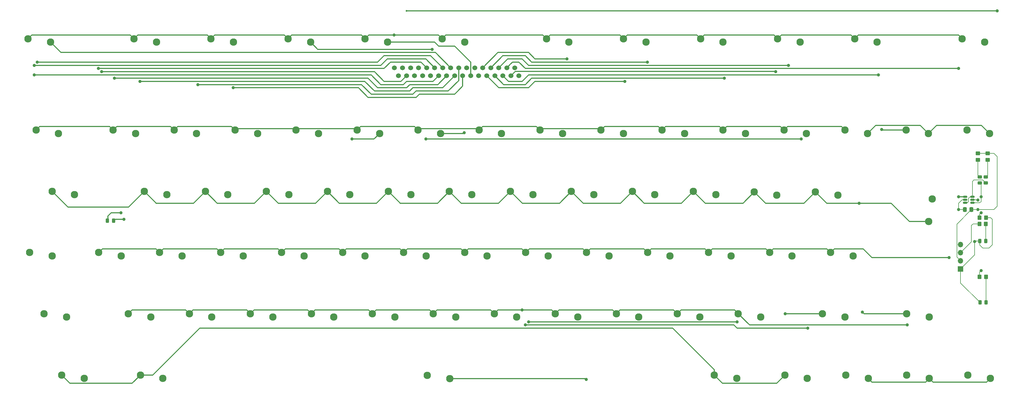
<source format=gbr>
%TF.GenerationSoftware,KiCad,Pcbnew,8.0.3*%
%TF.CreationDate,2024-07-09T09:09:09+10:00*%
%TF.ProjectId,A600KBv2,41363030-4b42-4763-922e-6b696361645f,rev?*%
%TF.SameCoordinates,Original*%
%TF.FileFunction,Copper,L1,Top*%
%TF.FilePolarity,Positive*%
%FSLAX46Y46*%
G04 Gerber Fmt 4.6, Leading zero omitted, Abs format (unit mm)*
G04 Created by KiCad (PCBNEW 8.0.3) date 2024-07-09 09:09:09*
%MOMM*%
%LPD*%
G01*
G04 APERTURE LIST*
G04 Aperture macros list*
%AMRoundRect*
0 Rectangle with rounded corners*
0 $1 Rounding radius*
0 $2 $3 $4 $5 $6 $7 $8 $9 X,Y pos of 4 corners*
0 Add a 4 corners polygon primitive as box body*
4,1,4,$2,$3,$4,$5,$6,$7,$8,$9,$2,$3,0*
0 Add four circle primitives for the rounded corners*
1,1,$1+$1,$2,$3*
1,1,$1+$1,$4,$5*
1,1,$1+$1,$6,$7*
1,1,$1+$1,$8,$9*
0 Add four rect primitives between the rounded corners*
20,1,$1+$1,$2,$3,$4,$5,0*
20,1,$1+$1,$4,$5,$6,$7,0*
20,1,$1+$1,$6,$7,$8,$9,0*
20,1,$1+$1,$8,$9,$2,$3,0*%
G04 Aperture macros list end*
%TA.AperFunction,ComponentPad*%
%ADD10C,2.300000*%
%TD*%
%TA.AperFunction,SMDPad,CuDef*%
%ADD11RoundRect,0.250000X0.450000X-0.350000X0.450000X0.350000X-0.450000X0.350000X-0.450000X-0.350000X0*%
%TD*%
%TA.AperFunction,SMDPad,CuDef*%
%ADD12RoundRect,0.243750X-0.243750X-0.456250X0.243750X-0.456250X0.243750X0.456250X-0.243750X0.456250X0*%
%TD*%
%TA.AperFunction,ComponentPad*%
%ADD13R,1.700000X1.700000*%
%TD*%
%TA.AperFunction,ComponentPad*%
%ADD14O,1.700000X1.700000*%
%TD*%
%TA.AperFunction,SMDPad,CuDef*%
%ADD15RoundRect,0.250000X-0.350000X-0.450000X0.350000X-0.450000X0.350000X0.450000X-0.350000X0.450000X0*%
%TD*%
%TA.AperFunction,SMDPad,CuDef*%
%ADD16RoundRect,0.243750X0.456250X-0.243750X0.456250X0.243750X-0.456250X0.243750X-0.456250X-0.243750X0*%
%TD*%
%TA.AperFunction,SMDPad,CuDef*%
%ADD17RoundRect,0.243750X0.243750X0.456250X-0.243750X0.456250X-0.243750X-0.456250X0.243750X-0.456250X0*%
%TD*%
%TA.AperFunction,SMDPad,CuDef*%
%ADD18RoundRect,0.250000X0.337500X0.475000X-0.337500X0.475000X-0.337500X-0.475000X0.337500X-0.475000X0*%
%TD*%
%TA.AperFunction,SMDPad,CuDef*%
%ADD19RoundRect,0.150000X-0.512500X-0.150000X0.512500X-0.150000X0.512500X0.150000X-0.512500X0.150000X0*%
%TD*%
%TA.AperFunction,ComponentPad*%
%ADD20C,1.524000*%
%TD*%
%TA.AperFunction,ViaPad*%
%ADD21C,0.600000*%
%TD*%
%TA.AperFunction,ViaPad*%
%ADD22C,1.000000*%
%TD*%
%TA.AperFunction,Conductor*%
%ADD23C,0.200000*%
%TD*%
%TA.AperFunction,Conductor*%
%ADD24C,0.300000*%
%TD*%
G04 APERTURE END LIST*
D10*
%TO.P,MX36,1,COL*%
%TO.N,/30*%
X83100000Y-159600000D03*
%TO.P,MX36,2,ROW*%
%TO.N,/14*%
X90100000Y-160650000D03*
%TD*%
D11*
%TO.P,R5,1*%
%TO.N,Net-(D1-A)*%
X347000000Y-92500000D03*
%TO.P,R5,2*%
%TO.N,Net-(J2-Pin_2)*%
X347000000Y-90500000D03*
%TD*%
D10*
%TO.P,MX78,1,COL*%
%TO.N,/7*%
X321850000Y-159600000D03*
%TO.P,MX78,2,ROW*%
%TO.N,/29*%
X328850000Y-160650000D03*
%TD*%
%TO.P,MX60,1,COL*%
%TO.N,Net-(J1-Pin_1)*%
X257600000Y-54700000D03*
%TO.P,MX60,2,ROW*%
%TO.N,/26*%
X264600000Y-55750000D03*
%TD*%
%TO.P,MX61,1,COL*%
%TO.N,/2*%
X264600000Y-83200000D03*
%TO.P,MX61,2,ROW*%
%TO.N,/26*%
X271600000Y-84250000D03*
%TD*%
%TO.P,MX41,1,COL*%
%TO.N,/7*%
X193350000Y-140500000D03*
%TO.P,MX41,2,ROW*%
%TO.N,/21*%
X200350000Y-141550000D03*
%TD*%
%TO.P,MX29,1,COL*%
%TO.N,/7*%
X155350000Y-140500000D03*
%TO.P,MX29,2,ROW*%
%TO.N,/19*%
X162350000Y-141550000D03*
%TD*%
%TO.P,MX66,1,COL*%
%TO.N,/3*%
X293350000Y-102446569D03*
%TO.P,MX66,2,ROW*%
%TO.N,/27*%
X300350000Y-103496569D03*
%TD*%
%TO.P,MX58,1,COL*%
%TO.N,Net-(J1-Pin_5)*%
X260100000Y-121400000D03*
%TO.P,MX58,2,ROW*%
%TO.N,/25*%
X267100000Y-122450000D03*
%TD*%
%TO.P,MX3,1,COL*%
%TO.N,/2*%
X50600000Y-83200000D03*
%TO.P,MX3,2,ROW*%
%TO.N,/15*%
X57600000Y-84250000D03*
%TD*%
%TO.P,MX76,1,COL*%
%TO.N,/3*%
X302850000Y-159600000D03*
%TO.P,MX76,2,ROW*%
%TO.N,/29*%
X309850000Y-160650000D03*
%TD*%
%TO.P,MX16,1,COL*%
%TO.N,Net-(J1-Pin_5)*%
X108100000Y-121400000D03*
%TO.P,MX16,2,ROW*%
%TO.N,/17*%
X115100000Y-122450000D03*
%TD*%
%TO.P,MX23,1,COL*%
%TO.N,/7*%
X136350000Y-140500000D03*
%TO.P,MX23,2,ROW*%
%TO.N,/18*%
X143350000Y-141550000D03*
%TD*%
%TO.P,MX12,1,COL*%
%TO.N,/30*%
X261850000Y-159600000D03*
%TO.P,MX12,2,ROW*%
%TO.N,/10*%
X268850000Y-160650000D03*
%TD*%
%TO.P,MX26,1,COL*%
%TO.N,/2*%
X131600000Y-83200000D03*
%TO.P,MX26,2,ROW*%
%TO.N,/19*%
X138600000Y-84250000D03*
%TD*%
%TO.P,MX70,1,COL*%
%TO.N,/2*%
X302600000Y-83200000D03*
%TO.P,MX70,2,ROW*%
%TO.N,/28*%
X309600000Y-84250000D03*
%TD*%
%TO.P,MX4,1,COL*%
%TO.N,/3*%
X55600000Y-102300000D03*
%TO.P,MX4,2,ROW*%
%TO.N,/15*%
X62600000Y-103350000D03*
%TD*%
%TO.P,MX59,1,COL*%
%TO.N,/7*%
X269350000Y-140500000D03*
%TO.P,MX59,2,ROW*%
%TO.N,/25*%
X276350000Y-141550000D03*
%TD*%
%TO.P,MX57,1,COL*%
%TO.N,/3*%
X255350000Y-102300000D03*
%TO.P,MX57,2,ROW*%
%TO.N,/25*%
X262350000Y-103350000D03*
%TD*%
%TO.P,MX46,1,COL*%
%TO.N,Net-(J1-Pin_1)*%
X209600000Y-54700000D03*
%TO.P,MX46,2,ROW*%
%TO.N,/23*%
X216600000Y-55750000D03*
%TD*%
%TO.P,MX53,1,COL*%
%TO.N,Net-(J1-Pin_5)*%
X241100000Y-121400000D03*
%TO.P,MX53,2,ROW*%
%TO.N,/24*%
X248100000Y-122450000D03*
%TD*%
%TO.P,MX72,1,COL*%
%TO.N,Net-(J1-Pin_5)*%
X340600000Y-83200000D03*
%TO.P,MX72,2,ROW*%
%TO.N,/28*%
X347600000Y-84250000D03*
%TD*%
%TO.P,MX44,1,COL*%
%TO.N,Net-(J1-Pin_5)*%
X203100000Y-121400000D03*
%TO.P,MX44,2,ROW*%
%TO.N,/22*%
X210100000Y-122450000D03*
%TD*%
%TO.P,MX73,1,COL*%
%TO.N,/7*%
X321600000Y-83200000D03*
%TO.P,MX73,2,ROW*%
%TO.N,/28*%
X328600000Y-84250000D03*
%TD*%
%TO.P,MX33,1,COL*%
%TO.N,/3*%
X160350000Y-102300000D03*
%TO.P,MX33,2,ROW*%
%TO.N,/20*%
X167350000Y-103350000D03*
%TD*%
%TO.P,MX27,1,COL*%
%TO.N,/3*%
X141350000Y-102300000D03*
%TO.P,MX27,2,ROW*%
%TO.N,/19*%
X148350000Y-103350000D03*
%TD*%
D12*
%TO.P,D5,1,K*%
%TO.N,Net-(D4-K)*%
X344628388Y-136961859D03*
%TO.P,D5,2,A*%
%TO.N,Net-(D5-A)*%
X346503388Y-136961859D03*
%TD*%
D13*
%TO.P,J2,1,Pin_1*%
%TO.N,Net-(D4-K)*%
X338606726Y-126508933D03*
D14*
%TO.P,J2,2,Pin_2*%
%TO.N,Net-(J2-Pin_2)*%
X338606726Y-123968933D03*
%TO.P,J2,3,Pin_3*%
%TO.N,Net-(J2-Pin_3)*%
X338606726Y-121428933D03*
%TO.P,J2,4,Pin_4*%
%TO.N,Net-(J2-Pin_4)*%
X338606726Y-118888933D03*
%TD*%
D10*
%TO.P,MX68,1,COL*%
%TO.N,/7*%
X172451750Y-159675000D03*
%TO.P,MX68,2,ROW*%
%TO.N,/27*%
X179451750Y-160725000D03*
%TD*%
D15*
%TO.P,R3,1*%
%TO.N,Net-(J2-Pin_4)*%
X344511041Y-129000000D03*
%TO.P,R3,2*%
%TO.N,Net-(D5-A)*%
X346511041Y-129000000D03*
%TD*%
D10*
%TO.P,MX71,1,COL*%
%TO.N,/3*%
X328675000Y-111675000D03*
%TO.P,MX71,2,ROW*%
%TO.N,/28*%
X329725000Y-104675000D03*
%TD*%
%TO.P,MX37,1,COL*%
%TO.N,Net-(J1-Pin_1)*%
X177100000Y-54700000D03*
%TO.P,MX37,2,ROW*%
%TO.N,/21*%
X184100000Y-55750000D03*
%TD*%
%TO.P,MX5,1,COL*%
%TO.N,Net-(J1-Pin_5)*%
X70100000Y-121400000D03*
%TO.P,MX5,2,ROW*%
%TO.N,/15*%
X77100000Y-122450000D03*
%TD*%
%TO.P,MX7,1,COL*%
%TO.N,/30*%
X283850000Y-159600000D03*
%TO.P,MX7,2,ROW*%
%TO.N,/8*%
X290850000Y-160650000D03*
%TD*%
%TO.P,MX18,1,COL*%
%TO.N,/30*%
X48600000Y-121400000D03*
%TO.P,MX18,2,ROW*%
%TO.N,/11*%
X55600000Y-122450000D03*
%TD*%
%TO.P,MX52,1,COL*%
%TO.N,/3*%
X236350000Y-102300000D03*
%TO.P,MX52,2,ROW*%
%TO.N,/24*%
X243350000Y-103350000D03*
%TD*%
%TO.P,MX30,1,COL*%
%TO.N,/30*%
X58600000Y-159600000D03*
%TO.P,MX30,2,ROW*%
%TO.N,/13*%
X65600000Y-160650000D03*
%TD*%
%TO.P,MX1,1,COL*%
%TO.N,/30*%
X295600000Y-140500000D03*
%TO.P,MX1,2,ROW*%
%TO.N,/6*%
X302600000Y-141550000D03*
%TD*%
%TO.P,MX15,1,COL*%
%TO.N,/3*%
X103350000Y-102300000D03*
%TO.P,MX15,2,ROW*%
%TO.N,/17*%
X110350000Y-103350000D03*
%TD*%
%TO.P,MX50,1,COL*%
%TO.N,/7*%
X231350000Y-140500000D03*
%TO.P,MX50,2,ROW*%
%TO.N,/23*%
X238350000Y-141550000D03*
%TD*%
%TO.P,MX24,1,COL*%
%TO.N,/30*%
X53100000Y-140500000D03*
%TO.P,MX24,2,ROW*%
%TO.N,/12*%
X60100000Y-141550000D03*
%TD*%
D16*
%TO.P,D3,1,K*%
%TO.N,Net-(D3-K)*%
X344551296Y-99688098D03*
%TO.P,D3,2,A*%
%TO.N,Net-(D3-A)*%
X344551296Y-97813098D03*
%TD*%
D10*
%TO.P,MX42,1,COL*%
%TO.N,/2*%
X188600000Y-83200000D03*
%TO.P,MX42,2,ROW*%
%TO.N,/22*%
X195600000Y-84250000D03*
%TD*%
%TO.P,MX25,1,COL*%
%TO.N,Net-(J1-Pin_1)*%
X129100000Y-54700000D03*
%TO.P,MX25,2,ROW*%
%TO.N,/19*%
X136100000Y-55750000D03*
%TD*%
%TO.P,MX48,1,COL*%
%TO.N,/3*%
X217350000Y-102300000D03*
%TO.P,MX48,2,ROW*%
%TO.N,/23*%
X224350000Y-103350000D03*
%TD*%
D17*
%TO.P,D2,1,K*%
%TO.N,CAPS_GND*%
X74714461Y-111490353D03*
%TO.P,D2,2,A*%
%TO.N,VCC*%
X72839461Y-111490353D03*
%TD*%
D18*
%TO.P,C1,1*%
%TO.N,Net-(J2-Pin_2)*%
X342000000Y-108000000D03*
%TO.P,C1,2*%
%TO.N,Net-(D4-K)*%
X339925000Y-108000000D03*
%TD*%
D10*
%TO.P,MX31,1,COL*%
%TO.N,Net-(J1-Pin_1)*%
X153100000Y-54700000D03*
%TO.P,MX31,2,ROW*%
%TO.N,/20*%
X160100000Y-55750000D03*
%TD*%
%TO.P,MX56,1,COL*%
%TO.N,/2*%
X245600000Y-83200000D03*
%TO.P,MX56,2,ROW*%
%TO.N,/25*%
X252600000Y-84250000D03*
%TD*%
%TO.P,MX69,1,COL*%
%TO.N,Net-(J1-Pin_1)*%
X305600000Y-54700000D03*
%TO.P,MX69,2,ROW*%
%TO.N,/28*%
X312600000Y-55750000D03*
%TD*%
%TO.P,MX9,1,COL*%
%TO.N,/3*%
X84350000Y-102300000D03*
%TO.P,MX9,2,ROW*%
%TO.N,/16*%
X91350000Y-103350000D03*
%TD*%
%TO.P,MX43,1,COL*%
%TO.N,/3*%
X198350000Y-102300000D03*
%TO.P,MX43,2,ROW*%
%TO.N,/22*%
X205350000Y-103350000D03*
%TD*%
%TO.P,MX49,1,COL*%
%TO.N,Net-(J1-Pin_5)*%
X222100000Y-121400000D03*
%TO.P,MX49,2,ROW*%
%TO.N,/23*%
X229100000Y-122450000D03*
%TD*%
D15*
%TO.P,R1,1*%
%TO.N,Net-(D3-K)*%
X344500000Y-110500000D03*
%TO.P,R1,2*%
%TO.N,Net-(D4-K)*%
X346500000Y-110500000D03*
%TD*%
D10*
%TO.P,MX65,1,COL*%
%TO.N,/2*%
X283600000Y-83200000D03*
%TO.P,MX65,2,ROW*%
%TO.N,/27*%
X290600000Y-84250000D03*
%TD*%
%TO.P,MX34,1,COL*%
%TO.N,Net-(J1-Pin_5)*%
X165100000Y-121400000D03*
%TO.P,MX34,2,ROW*%
%TO.N,/20*%
X172100000Y-122450000D03*
%TD*%
%TO.P,MX38,1,COL*%
%TO.N,/2*%
X169600000Y-83200000D03*
%TO.P,MX38,2,ROW*%
%TO.N,/21*%
X176600000Y-84250000D03*
%TD*%
%TO.P,MX40,1,COL*%
%TO.N,Net-(J1-Pin_5)*%
X184100000Y-121400000D03*
%TO.P,MX40,2,ROW*%
%TO.N,/21*%
X191100000Y-122450000D03*
%TD*%
D12*
%TO.P,D4,1,K*%
%TO.N,Net-(D4-K)*%
X344586849Y-117770853D03*
%TO.P,D4,2,A*%
%TO.N,Net-(D4-A)*%
X346461849Y-117770853D03*
%TD*%
D10*
%TO.P,MX21,1,COL*%
%TO.N,/3*%
X122350000Y-102300000D03*
%TO.P,MX21,2,ROW*%
%TO.N,/18*%
X129350000Y-103350000D03*
%TD*%
%TO.P,MX62,1,COL*%
%TO.N,/3*%
X274350000Y-102450000D03*
%TO.P,MX62,2,ROW*%
%TO.N,/26*%
X281350000Y-103500000D03*
%TD*%
%TO.P,MX63,1,COL*%
%TO.N,Net-(J1-Pin_5)*%
X279100000Y-121400000D03*
%TO.P,MX63,2,ROW*%
%TO.N,/26*%
X286100000Y-122450000D03*
%TD*%
%TO.P,MX13,1,COL*%
%TO.N,Net-(J1-Pin_1)*%
X81100000Y-54700000D03*
%TO.P,MX13,2,ROW*%
%TO.N,/17*%
X88100000Y-55750000D03*
%TD*%
%TO.P,MX10,1,COL*%
%TO.N,Net-(J1-Pin_5)*%
X89100000Y-121400000D03*
%TO.P,MX10,2,ROW*%
%TO.N,/16*%
X96100000Y-122450000D03*
%TD*%
%TO.P,MX55,1,COL*%
%TO.N,Net-(J1-Pin_1)*%
X233600000Y-54700000D03*
%TO.P,MX55,2,ROW*%
%TO.N,/25*%
X240600000Y-55750000D03*
%TD*%
%TO.P,MX14,1,COL*%
%TO.N,/2*%
X93600000Y-83200000D03*
%TO.P,MX14,2,ROW*%
%TO.N,/17*%
X100600000Y-84250000D03*
%TD*%
%TO.P,MX32,1,COL*%
%TO.N,/2*%
X150600000Y-83200000D03*
%TO.P,MX32,2,ROW*%
%TO.N,/20*%
X157600000Y-84250000D03*
%TD*%
%TO.P,MX20,1,COL*%
%TO.N,/2*%
X112600000Y-83200000D03*
%TO.P,MX20,2,ROW*%
%TO.N,/18*%
X119600000Y-84250000D03*
%TD*%
D11*
%TO.P,R4,1*%
%TO.N,Net-(D3-A)*%
X344000000Y-92500000D03*
%TO.P,R4,2*%
%TO.N,Net-(J2-Pin_2)*%
X344000000Y-90500000D03*
%TD*%
D10*
%TO.P,MX8,1,COL*%
%TO.N,/2*%
X74600000Y-83200000D03*
%TO.P,MX8,2,ROW*%
%TO.N,/16*%
X81600000Y-84250000D03*
%TD*%
%TO.P,MX67,1,COL*%
%TO.N,Net-(J1-Pin_5)*%
X298100000Y-121400000D03*
%TO.P,MX67,2,ROW*%
%TO.N,/27*%
X305100000Y-122450000D03*
%TD*%
%TO.P,MX2,1,COL*%
%TO.N,Net-(J1-Pin_1)*%
X48100000Y-54700000D03*
%TO.P,MX2,2,ROW*%
%TO.N,/15*%
X55100000Y-55750000D03*
%TD*%
D15*
%TO.P,R2,1*%
%TO.N,Net-(J2-Pin_3)*%
X344476039Y-112500000D03*
%TO.P,R2,2*%
%TO.N,Net-(D4-A)*%
X346476039Y-112500000D03*
%TD*%
D10*
%TO.P,MX19,1,COL*%
%TO.N,Net-(J1-Pin_1)*%
X105100000Y-54700000D03*
%TO.P,MX19,2,ROW*%
%TO.N,/18*%
X112100000Y-55750000D03*
%TD*%
%TO.P,MX75,1,COL*%
%TO.N,/2*%
X321850000Y-140500000D03*
%TO.P,MX75,2,ROW*%
%TO.N,/29*%
X328850000Y-141550000D03*
%TD*%
%TO.P,MX74,1,COL*%
%TO.N,Net-(J1-Pin_1)*%
X339100000Y-54700000D03*
%TO.P,MX74,2,ROW*%
%TO.N,/29*%
X346100000Y-55750000D03*
%TD*%
%TO.P,MX47,1,COL*%
%TO.N,/2*%
X207600000Y-83200000D03*
%TO.P,MX47,2,ROW*%
%TO.N,/23*%
X214600000Y-84250000D03*
%TD*%
%TO.P,MX22,1,COL*%
%TO.N,Net-(J1-Pin_5)*%
X127100000Y-121400000D03*
%TO.P,MX22,2,ROW*%
%TO.N,/18*%
X134100000Y-122450000D03*
%TD*%
%TO.P,MX77,1,COL*%
%TO.N,Net-(J1-Pin_5)*%
X340850000Y-159600000D03*
%TO.P,MX77,2,ROW*%
%TO.N,/29*%
X347850000Y-160650000D03*
%TD*%
D19*
%TO.P,U1,1*%
%TO.N,CAPS_GND*%
X340000000Y-104000000D03*
%TO.P,U1,2,GND*%
%TO.N,Net-(D4-K)*%
X340000000Y-104950000D03*
%TO.P,U1,3*%
%TO.N,Net-(D1-K)*%
X340000000Y-105900000D03*
%TO.P,U1,4*%
%TO.N,Net-(D3-K)*%
X342275000Y-105900000D03*
%TO.P,U1,5,VCC*%
%TO.N,Net-(J2-Pin_2)*%
X342275000Y-104950000D03*
%TO.P,U1,6*%
%TO.N,Net-(D1-K)*%
X342275000Y-104000000D03*
%TD*%
D10*
%TO.P,MX45,1,COL*%
%TO.N,/7*%
X212350000Y-140500000D03*
%TO.P,MX45,2,ROW*%
%TO.N,/22*%
X219350000Y-141550000D03*
%TD*%
%TO.P,MX28,1,COL*%
%TO.N,Net-(J1-Pin_5)*%
X146100000Y-121400000D03*
%TO.P,MX28,2,ROW*%
%TO.N,/19*%
X153100000Y-122450000D03*
%TD*%
D16*
%TO.P,D1,1,K*%
%TO.N,Net-(D1-K)*%
X346463297Y-99688098D03*
%TO.P,D1,2,A*%
%TO.N,Net-(D1-A)*%
X346463297Y-97813098D03*
%TD*%
D10*
%TO.P,MX64,1,COL*%
%TO.N,Net-(J1-Pin_1)*%
X281600000Y-54700000D03*
%TO.P,MX64,2,ROW*%
%TO.N,/27*%
X288600000Y-55750000D03*
%TD*%
%TO.P,MX6,1,COL*%
%TO.N,/7*%
X79350000Y-140500000D03*
%TO.P,MX6,2,ROW*%
%TO.N,/15*%
X86350000Y-141550000D03*
%TD*%
%TO.P,MX39,1,COL*%
%TO.N,/3*%
X179350000Y-102300000D03*
%TO.P,MX39,2,ROW*%
%TO.N,/21*%
X186350000Y-103350000D03*
%TD*%
%TO.P,MX11,1,COL*%
%TO.N,/7*%
X98350000Y-140500000D03*
%TO.P,MX11,2,ROW*%
%TO.N,/16*%
X105350000Y-141550000D03*
%TD*%
%TO.P,MX54,1,COL*%
%TO.N,/7*%
X250350000Y-140500000D03*
%TO.P,MX54,2,ROW*%
%TO.N,/24*%
X257350000Y-141550000D03*
%TD*%
%TO.P,MX17,1,COL*%
%TO.N,/7*%
X117350000Y-140500000D03*
%TO.P,MX17,2,ROW*%
%TO.N,/17*%
X124350000Y-141550000D03*
%TD*%
%TO.P,MX35,1,COL*%
%TO.N,/7*%
X174350000Y-140500000D03*
%TO.P,MX35,2,ROW*%
%TO.N,/20*%
X181350000Y-141550000D03*
%TD*%
%TO.P,MX51,1,COL*%
%TO.N,/2*%
X226600000Y-83200000D03*
%TO.P,MX51,2,ROW*%
%TO.N,/24*%
X233600000Y-84250000D03*
%TD*%
D20*
%TO.P,J1,1,Pin_1*%
%TO.N,Net-(J1-Pin_1)*%
X162250000Y-63750000D03*
%TO.P,J1,2,Pin_2*%
%TO.N,/2*%
X163500000Y-66250000D03*
%TO.P,J1,3,Pin_3*%
%TO.N,/3*%
X164750000Y-63750000D03*
%TO.P,J1,4,Pin_4*%
%TO.N,CAPS_GND*%
X166000000Y-66250000D03*
%TO.P,J1,5,Pin_5*%
%TO.N,Net-(J1-Pin_5)*%
X167250000Y-63750000D03*
%TO.P,J1,6,Pin_6*%
%TO.N,/6*%
X168500000Y-66250000D03*
%TO.P,J1,7,Pin_7*%
%TO.N,/7*%
X169750000Y-63750000D03*
%TO.P,J1,8,Pin_8*%
%TO.N,/8*%
X171000000Y-66250000D03*
%TO.P,J1,9,Pin_9*%
%TO.N,VCC*%
X172250000Y-63750000D03*
%TO.P,J1,10,Pin_10*%
%TO.N,/10*%
X173500000Y-66250000D03*
%TO.P,J1,11,Pin_11*%
%TO.N,/11*%
X174750000Y-63750000D03*
%TO.P,J1,12,Pin_12*%
%TO.N,/12*%
X176000000Y-66250000D03*
%TO.P,J1,13,Pin_13*%
%TO.N,/13*%
X177250000Y-63750000D03*
%TO.P,J1,14,Pin_14*%
%TO.N,/14*%
X178500000Y-66250000D03*
%TO.P,J1,15,Pin_15*%
%TO.N,/15*%
X179750000Y-63750000D03*
%TO.P,J1,16,Pin_16*%
%TO.N,/16*%
X181000000Y-66250000D03*
%TO.P,J1,17,Pin_17*%
%TO.N,/17*%
X182250000Y-63750000D03*
%TO.P,J1,18,Pin_18*%
%TO.N,/18*%
X183500000Y-66250000D03*
%TO.P,J1,19,Pin_19*%
%TO.N,/19*%
X184750000Y-63750000D03*
%TO.P,J1,20,Pin_20*%
%TO.N,/20*%
X186000000Y-66250000D03*
%TO.P,J1,21,Pin_21*%
%TO.N,/21*%
X187250000Y-63750000D03*
%TO.P,J1,22,Pin_22*%
%TO.N,/22*%
X188500000Y-66250000D03*
%TO.P,J1,23,Pin_23*%
%TO.N,/23*%
X189750000Y-63750000D03*
%TO.P,J1,24,Pin_24*%
%TO.N,/24*%
X191000000Y-66250000D03*
%TO.P,J1,25,Pin_25*%
%TO.N,/25*%
X192250000Y-63750000D03*
%TO.P,J1,26,Pin_26*%
%TO.N,/26*%
X193500000Y-66250000D03*
%TO.P,J1,27,Pin_27*%
%TO.N,/27*%
X194750000Y-63750000D03*
%TO.P,J1,28,Pin_28*%
%TO.N,/28*%
X196000000Y-66250000D03*
%TO.P,J1,29,Pin_29*%
%TO.N,/29*%
X197250000Y-63750000D03*
%TO.P,J1,30,Pin_30*%
%TO.N,/30*%
X198500000Y-66250000D03*
%TO.P,J1,31,Pin_31*%
%TO.N,unconnected-(J1-Pin_31-Pad31)*%
X199750000Y-63750000D03*
%TO.P,J1,32,Pin_32*%
%TO.N,unconnected-(J1-Pin_32-Pad32)*%
X201000000Y-66250000D03*
%TD*%
D21*
%TO.N,CAPS_GND*%
X166000000Y-46000000D03*
D22*
%TO.N,/30*%
X281000000Y-65000000D03*
X284000000Y-140500000D03*
%TO.N,/6*%
X172000000Y-86000000D03*
X289000000Y-86000000D03*
%TO.N,Net-(J1-Pin_1)*%
X162128487Y-53515826D03*
%TO.N,/3*%
X307000000Y-106000000D03*
%TO.N,/7*%
X322000000Y-144000000D03*
X314000000Y-83000000D03*
X201985474Y-139348605D03*
%TO.N,/8*%
X203000000Y-144000000D03*
X291000000Y-145000000D03*
%TO.N,/16*%
X83000000Y-68000000D03*
%TO.N,/2*%
X308000000Y-140000000D03*
%TO.N,/10*%
X204000000Y-143000000D03*
X269000000Y-143000000D03*
%TO.N,/17*%
X101000000Y-69000000D03*
%TO.N,/11*%
X50000000Y-63000000D03*
%TO.N,/18*%
X112000000Y-70000000D03*
%TO.N,/12*%
X50000000Y-66000000D03*
%TO.N,/19*%
X174000000Y-58000000D03*
%TO.N,/13*%
X51000000Y-62000000D03*
%TO.N,/20*%
X149000000Y-86000000D03*
%TO.N,/14*%
X75000000Y-67000000D03*
%TO.N,/21*%
X184000000Y-84000000D03*
%TO.N,/23*%
X216000000Y-61000000D03*
%TO.N,/24*%
X234000000Y-68000000D03*
%TO.N,/25*%
X241000000Y-62000000D03*
%TO.N,/26*%
X265000000Y-67000000D03*
%TO.N,/27*%
X285000000Y-63000000D03*
X222000000Y-161000000D03*
%TO.N,/28*%
X313000000Y-66000000D03*
%TO.N,/29*%
X338000000Y-64000000D03*
%TO.N,Net-(J1-Pin_5)*%
X335000000Y-123000000D03*
%TO.N,Net-(D3-K)*%
X345000000Y-109000000D03*
X345000000Y-104000000D03*
%TO.N,Net-(J2-Pin_2)*%
X344000000Y-108000000D03*
X344000000Y-105000000D03*
%TO.N,Net-(J2-Pin_4)*%
X345000000Y-127000000D03*
%TO.N,Net-(D4-K)*%
X343000000Y-118000000D03*
X338000000Y-108000000D03*
D21*
%TO.N,CAPS_GND*%
X350000000Y-46000000D03*
D22*
X350000000Y-46000000D03*
%TO.N,VCC*%
X70000000Y-64000000D03*
X77000000Y-109000000D03*
%TO.N,CAPS_GND*%
X338000000Y-104000000D03*
X78000000Y-111000000D03*
X71000000Y-65000000D03*
%TD*%
D23*
%TO.N,Net-(D5-A)*%
X346503388Y-129007653D02*
X346511041Y-129000000D01*
X346503388Y-136961859D02*
X346503388Y-129007653D01*
%TO.N,Net-(J2-Pin_4)*%
X344511041Y-127488959D02*
X344511041Y-129000000D01*
X345000000Y-127000000D02*
X344511041Y-127488959D01*
%TO.N,Net-(D4-K)*%
X348500000Y-119000000D02*
X348500000Y-111000000D01*
X348000000Y-110500000D02*
X346500000Y-110500000D01*
X347500000Y-120000000D02*
X348500000Y-119000000D01*
X345500000Y-120000000D02*
X347500000Y-120000000D01*
X344586849Y-119086849D02*
X345500000Y-120000000D01*
X348500000Y-111000000D02*
X348000000Y-110500000D01*
X344586849Y-117770853D02*
X344586849Y-119086849D01*
%TO.N,Net-(D4-A)*%
X346476039Y-117756663D02*
X346476039Y-112500000D01*
X346461849Y-117770853D02*
X346476039Y-117756663D01*
%TO.N,Net-(J2-Pin_3)*%
X342500000Y-112500000D02*
X344476039Y-112500000D01*
X342000000Y-113000000D02*
X342500000Y-112500000D01*
X342000000Y-118035659D02*
X342000000Y-113000000D01*
X338606726Y-121428933D02*
X342000000Y-118035659D01*
%TO.N,Net-(D3-K)*%
X344500000Y-109500000D02*
X344500000Y-110500000D01*
X345000000Y-109000000D02*
X344500000Y-109500000D01*
%TO.N,Net-(D1-A)*%
X347000000Y-97276395D02*
X347000000Y-92500000D01*
X346463297Y-97813098D02*
X347000000Y-97276395D01*
%TO.N,Net-(D3-A)*%
X344000000Y-97261802D02*
X344000000Y-92500000D01*
X344551296Y-97813098D02*
X344000000Y-97261802D01*
%TO.N,Net-(J2-Pin_2)*%
X347000000Y-90500000D02*
X344000000Y-90500000D01*
X349000000Y-90500000D02*
X347000000Y-90500000D01*
X350000000Y-107000000D02*
X350000000Y-91500000D01*
X350000000Y-91500000D02*
X349000000Y-90500000D01*
X344000000Y-108000000D02*
X349000000Y-108000000D01*
X349000000Y-108000000D02*
X350000000Y-107000000D01*
%TO.N,Net-(D1-K)*%
X342275000Y-99225000D02*
X342275000Y-104000000D01*
X342759306Y-98740694D02*
X342275000Y-99225000D01*
X345515893Y-98740694D02*
X342759306Y-98740694D01*
X346463297Y-99688098D02*
X345515893Y-98740694D01*
D24*
%TO.N,CAPS_GND*%
X350000000Y-46000000D02*
X166000000Y-46000000D01*
%TO.N,/30*%
X80550000Y-162150000D02*
X83100000Y-159600000D01*
X261850000Y-157973655D02*
X261850000Y-159600000D01*
X61150000Y-162150000D02*
X80550000Y-162150000D01*
X86971930Y-159600000D02*
X101571930Y-145000000D01*
X83100000Y-159600000D02*
X86971930Y-159600000D01*
X101571930Y-145000000D02*
X248876345Y-145000000D01*
X58600000Y-159600000D02*
X61150000Y-162150000D01*
X199888000Y-64862000D02*
X280862000Y-64862000D01*
X198500000Y-66250000D02*
X199888000Y-64862000D01*
X280862000Y-64862000D02*
X281000000Y-65000000D01*
X261850000Y-159600000D02*
X264400000Y-162150000D01*
X295600000Y-140500000D02*
X284000000Y-140500000D01*
X281300000Y-162150000D02*
X283850000Y-159600000D01*
X248876345Y-145000000D02*
X261850000Y-157973655D01*
X264400000Y-162150000D02*
X281300000Y-162150000D01*
%TO.N,/6*%
X172000000Y-86000000D02*
X289000000Y-86000000D01*
%TO.N,/15*%
X58350000Y-59000000D02*
X55100000Y-55750000D01*
X179750000Y-63750000D02*
X175000000Y-59000000D01*
X175000000Y-59000000D02*
X58350000Y-59000000D01*
%TO.N,Net-(J1-Pin_1)*%
X178250000Y-53550000D02*
X177100000Y-54700000D01*
X233600000Y-54700000D02*
X232450000Y-53550000D01*
X256450000Y-53550000D02*
X234750000Y-53550000D01*
X304450000Y-53550000D02*
X282750000Y-53550000D01*
X306750000Y-53550000D02*
X305600000Y-54700000D01*
X162094313Y-53550000D02*
X154250000Y-53550000D01*
X282750000Y-53550000D02*
X281600000Y-54700000D01*
X162162661Y-53550000D02*
X162128487Y-53515826D01*
X162128487Y-53515826D02*
X162094313Y-53550000D01*
X281600000Y-54700000D02*
X280450000Y-53550000D01*
X129100000Y-54700000D02*
X127950000Y-53550000D01*
X208450000Y-53550000D02*
X178250000Y-53550000D01*
X209600000Y-54700000D02*
X208450000Y-53550000D01*
X103950000Y-53550000D02*
X82250000Y-53550000D01*
X130250000Y-53550000D02*
X129100000Y-54700000D01*
X339100000Y-54700000D02*
X337950000Y-53550000D01*
X105100000Y-54700000D02*
X103950000Y-53550000D01*
X210750000Y-53550000D02*
X209600000Y-54700000D01*
X81100000Y-54700000D02*
X79950000Y-53550000D01*
X49250000Y-53550000D02*
X48100000Y-54700000D01*
X305600000Y-54700000D02*
X304450000Y-53550000D01*
X106250000Y-53550000D02*
X105100000Y-54700000D01*
X258750000Y-53550000D02*
X257600000Y-54700000D01*
X127950000Y-53550000D02*
X106250000Y-53550000D01*
X79950000Y-53550000D02*
X49250000Y-53550000D01*
X151950000Y-53550000D02*
X130250000Y-53550000D01*
X82250000Y-53550000D02*
X81100000Y-54700000D01*
X280450000Y-53550000D02*
X258750000Y-53550000D01*
X257600000Y-54700000D02*
X256450000Y-53550000D01*
X234750000Y-53550000D02*
X233600000Y-54700000D01*
X177100000Y-54700000D02*
X175950000Y-53550000D01*
X175950000Y-53550000D02*
X162162661Y-53550000D01*
X232450000Y-53550000D02*
X210750000Y-53550000D01*
X154250000Y-53550000D02*
X153100000Y-54700000D01*
X337950000Y-53550000D02*
X306750000Y-53550000D01*
X153100000Y-54700000D02*
X151950000Y-53550000D01*
%TO.N,/3*%
X270800000Y-106000000D02*
X274350000Y-102450000D01*
X156650000Y-106000000D02*
X160350000Y-102300000D01*
X259050000Y-106000000D02*
X270800000Y-106000000D01*
X137650000Y-106000000D02*
X141350000Y-102300000D01*
X99650000Y-106000000D02*
X103350000Y-102300000D01*
X164000000Y-106000000D02*
X175650000Y-106000000D01*
X88000000Y-105950000D02*
X88000000Y-106000000D01*
X126050000Y-106000000D02*
X137650000Y-106000000D01*
X217350000Y-102300000D02*
X221050000Y-106000000D01*
X232650000Y-106000000D02*
X236350000Y-102300000D01*
X160350000Y-102300000D02*
X164000000Y-105950000D01*
X88000000Y-106000000D02*
X99650000Y-106000000D01*
X289796569Y-106000000D02*
X293350000Y-102446569D01*
X55600000Y-102300000D02*
X60550000Y-107250000D01*
X274350000Y-102450000D02*
X277900000Y-106000000D01*
X277900000Y-106000000D02*
X289796569Y-106000000D01*
X60550000Y-107250000D02*
X79400000Y-107250000D01*
X322675000Y-111675000D02*
X317000000Y-106000000D01*
X240050000Y-106000000D02*
X251650000Y-106000000D01*
X194650000Y-106000000D02*
X198350000Y-102300000D01*
X84350000Y-102300000D02*
X88000000Y-105950000D01*
X79400000Y-107250000D02*
X84350000Y-102300000D01*
X164000000Y-105950000D02*
X164000000Y-106000000D01*
X296903431Y-106000000D02*
X293350000Y-102446569D01*
X179350000Y-102300000D02*
X183050000Y-106000000D01*
X141350000Y-102300000D02*
X145050000Y-106000000D01*
X175650000Y-106000000D02*
X179350000Y-102300000D01*
X145050000Y-106000000D02*
X156650000Y-106000000D01*
X202050000Y-106000000D02*
X213650000Y-106000000D01*
X198350000Y-102300000D02*
X202050000Y-106000000D01*
X122350000Y-102300000D02*
X126050000Y-106000000D01*
X183050000Y-106000000D02*
X194650000Y-106000000D01*
X328675000Y-111675000D02*
X322675000Y-111675000D01*
X118650000Y-106000000D02*
X122350000Y-102300000D01*
X317000000Y-106000000D02*
X296903431Y-106000000D01*
X103350000Y-102300000D02*
X107050000Y-106000000D01*
X213650000Y-106000000D02*
X217350000Y-102300000D01*
X255350000Y-102300000D02*
X259050000Y-106000000D01*
X251650000Y-106000000D02*
X255350000Y-102300000D01*
X221050000Y-106000000D02*
X232650000Y-106000000D01*
X236350000Y-102300000D02*
X240050000Y-106000000D01*
X107050000Y-106000000D02*
X118650000Y-106000000D01*
%TO.N,/7*%
X118500000Y-139350000D02*
X117350000Y-140500000D01*
X99500000Y-139350000D02*
X98350000Y-140500000D01*
X116200000Y-139350000D02*
X99500000Y-139350000D01*
X175500000Y-139350000D02*
X174350000Y-140500000D01*
X98350000Y-140500000D02*
X97200000Y-139350000D01*
X250350000Y-140500000D02*
X249200000Y-139350000D01*
X232500000Y-139350000D02*
X231350000Y-140500000D01*
X211200000Y-139350000D02*
X201986869Y-139350000D01*
X193350000Y-140500000D02*
X192200000Y-139350000D01*
X201984079Y-139350000D02*
X194500000Y-139350000D01*
X201985474Y-139348605D02*
X201984079Y-139350000D01*
X192200000Y-139350000D02*
X175500000Y-139350000D01*
X268200000Y-139350000D02*
X251500000Y-139350000D01*
X155350000Y-140500000D02*
X154200000Y-139350000D01*
X272850000Y-144000000D02*
X322000000Y-144000000D01*
X136350000Y-140500000D02*
X135200000Y-139350000D01*
X249200000Y-139350000D02*
X232500000Y-139350000D01*
X80500000Y-139350000D02*
X79350000Y-140500000D01*
X137500000Y-139350000D02*
X136350000Y-140500000D01*
X212350000Y-140500000D02*
X211200000Y-139350000D01*
X251500000Y-139350000D02*
X250350000Y-140500000D01*
X97200000Y-139350000D02*
X80500000Y-139350000D01*
X269350000Y-140500000D02*
X268200000Y-139350000D01*
X230200000Y-139350000D02*
X213500000Y-139350000D01*
X213500000Y-139350000D02*
X212350000Y-140500000D01*
X156500000Y-139350000D02*
X155350000Y-140500000D01*
X173200000Y-139350000D02*
X156500000Y-139350000D01*
X321600000Y-83200000D02*
X314200000Y-83200000D01*
X269350000Y-140500000D02*
X272850000Y-144000000D01*
X231350000Y-140500000D02*
X230200000Y-139350000D01*
X201986869Y-139350000D02*
X201985474Y-139348605D01*
X117350000Y-140500000D02*
X116200000Y-139350000D01*
X154200000Y-139350000D02*
X137500000Y-139350000D01*
X174350000Y-140500000D02*
X173200000Y-139350000D01*
X194500000Y-139350000D02*
X193350000Y-140500000D01*
X314200000Y-83200000D02*
X314000000Y-83000000D01*
X135200000Y-139350000D02*
X118500000Y-139350000D01*
%TO.N,/8*%
X203000000Y-144000000D02*
X268000000Y-144000000D01*
X268000000Y-144000000D02*
X269000000Y-145000000D01*
X269000000Y-145000000D02*
X272000000Y-145000000D01*
X273000000Y-145000000D02*
X291000000Y-145000000D01*
X272000000Y-145000000D02*
X273000000Y-145000000D01*
%TO.N,/16*%
X152000000Y-68000000D02*
X83000000Y-68000000D01*
X167000000Y-71000000D02*
X156000000Y-71000000D01*
X174000000Y-70000000D02*
X168000000Y-70000000D01*
X156000000Y-71000000D02*
X153000000Y-68000000D01*
X177250000Y-70000000D02*
X174000000Y-70000000D01*
X153000000Y-68000000D02*
X152000000Y-68000000D01*
X168000000Y-70000000D02*
X167000000Y-71000000D01*
X181000000Y-66250000D02*
X177250000Y-70000000D01*
%TO.N,/2*%
X308500000Y-140500000D02*
X308000000Y-140000000D01*
X226150000Y-82750000D02*
X208050000Y-82750000D01*
X75750000Y-82050000D02*
X92450000Y-82050000D01*
X132050000Y-82750000D02*
X131600000Y-83200000D01*
X74600000Y-83200000D02*
X75750000Y-82050000D01*
X168450000Y-82050000D02*
X151750000Y-82050000D01*
X226600000Y-83200000D02*
X226150000Y-82750000D01*
X208050000Y-82750000D02*
X207600000Y-83200000D01*
X111450000Y-82050000D02*
X94750000Y-82050000D01*
X74600000Y-83200000D02*
X73450000Y-82050000D01*
X301450000Y-82050000D02*
X284750000Y-82050000D01*
X246750000Y-82050000D02*
X245600000Y-83200000D01*
X92450000Y-82050000D02*
X93600000Y-83200000D01*
X150150000Y-82750000D02*
X132050000Y-82750000D01*
X169600000Y-83200000D02*
X168450000Y-82050000D01*
X73450000Y-82050000D02*
X51750000Y-82050000D01*
X282450000Y-82050000D02*
X265750000Y-82050000D01*
X206450000Y-82050000D02*
X189750000Y-82050000D01*
X151750000Y-82050000D02*
X150600000Y-83200000D01*
X188200000Y-83200000D02*
X187750000Y-82750000D01*
X244450000Y-82050000D02*
X227750000Y-82050000D01*
X245600000Y-83200000D02*
X244450000Y-82050000D01*
X283600000Y-83200000D02*
X282450000Y-82050000D01*
X113050000Y-82750000D02*
X112600000Y-83200000D01*
X284750000Y-82050000D02*
X283600000Y-83200000D01*
X188600000Y-83200000D02*
X188200000Y-83200000D01*
X302600000Y-83200000D02*
X301450000Y-82050000D01*
X264600000Y-83200000D02*
X263450000Y-82050000D01*
X131150000Y-82750000D02*
X113050000Y-82750000D01*
X131600000Y-83200000D02*
X131150000Y-82750000D01*
X263450000Y-82050000D02*
X246750000Y-82050000D01*
X94750000Y-82050000D02*
X93600000Y-83200000D01*
X51750000Y-82050000D02*
X50600000Y-83200000D01*
X207600000Y-83200000D02*
X206450000Y-82050000D01*
X321850000Y-140500000D02*
X308500000Y-140500000D01*
X170050000Y-82750000D02*
X169600000Y-83200000D01*
X227750000Y-82050000D02*
X226600000Y-83200000D01*
X187750000Y-82750000D02*
X170050000Y-82750000D01*
X112600000Y-83200000D02*
X111450000Y-82050000D01*
X265750000Y-82050000D02*
X264600000Y-83200000D01*
X150600000Y-83200000D02*
X150150000Y-82750000D01*
X189750000Y-82050000D02*
X188600000Y-83200000D01*
%TO.N,/10*%
X204050000Y-143050000D02*
X269000000Y-143000000D01*
X204000000Y-143000000D02*
X204050000Y-143050000D01*
X269000000Y-143000000D02*
X268950000Y-143050000D01*
%TO.N,/17*%
X182250000Y-67750000D02*
X179000000Y-71000000D01*
X182250000Y-63750000D02*
X182250000Y-67750000D01*
X168000000Y-72000000D02*
X155000000Y-72000000D01*
X152000000Y-69000000D02*
X101000000Y-69000000D01*
X169000000Y-71000000D02*
X168000000Y-72000000D01*
X155000000Y-72000000D02*
X152000000Y-69000000D01*
X179000000Y-71000000D02*
X169000000Y-71000000D01*
%TO.N,/11*%
X158000000Y-63000000D02*
X160000000Y-61000000D01*
X50000000Y-63000000D02*
X158000000Y-63000000D01*
X160000000Y-61000000D02*
X172000000Y-61000000D01*
X172000000Y-61000000D02*
X174750000Y-63750000D01*
%TO.N,/18*%
X151000000Y-70000000D02*
X112000000Y-70000000D01*
X183500000Y-66250000D02*
X183500000Y-69500000D01*
X183500000Y-69500000D02*
X182000000Y-71000000D01*
X169000000Y-73000000D02*
X168000000Y-73000000D01*
X170000000Y-72000000D02*
X169000000Y-73000000D01*
X154000000Y-73000000D02*
X151000000Y-70000000D01*
X175000000Y-72000000D02*
X170000000Y-72000000D01*
X181000000Y-72000000D02*
X175000000Y-72000000D01*
X168000000Y-73000000D02*
X155000000Y-73000000D01*
X155000000Y-73000000D02*
X154000000Y-73000000D01*
X182000000Y-71000000D02*
X181000000Y-72000000D01*
%TO.N,/12*%
X155000000Y-66000000D02*
X158000000Y-69000000D01*
X158000000Y-69000000D02*
X165000000Y-69000000D01*
X50000000Y-66000000D02*
X155000000Y-66000000D01*
X174250000Y-68000000D02*
X176000000Y-66250000D01*
X165000000Y-69000000D02*
X166000000Y-68000000D01*
X166000000Y-68000000D02*
X174250000Y-68000000D01*
%TO.N,/19*%
X138350000Y-58000000D02*
X136100000Y-55750000D01*
X174000000Y-58000000D02*
X138350000Y-58000000D01*
%TO.N,/13*%
X157000000Y-62000000D02*
X156000000Y-62000000D01*
X173500000Y-60000000D02*
X172000000Y-60000000D01*
X159000000Y-60000000D02*
X157000000Y-62000000D01*
X92000000Y-62000000D02*
X51000000Y-62000000D01*
X172000000Y-60000000D02*
X159000000Y-60000000D01*
X177250000Y-63750000D02*
X173500000Y-60000000D01*
X156000000Y-62000000D02*
X92000000Y-62000000D01*
%TO.N,/20*%
X176000000Y-57000000D02*
X181000000Y-57000000D01*
X160100000Y-55750000D02*
X174750000Y-55750000D01*
X181000000Y-57000000D02*
X186000000Y-62000000D01*
X157600000Y-84250000D02*
X155850000Y-86000000D01*
X186000000Y-62000000D02*
X186000000Y-66250000D01*
X174750000Y-55750000D02*
X176000000Y-57000000D01*
X155850000Y-86000000D02*
X149000000Y-86000000D01*
%TO.N,/14*%
X178500000Y-66250000D02*
X175750000Y-69000000D01*
X154000000Y-67000000D02*
X152000000Y-67000000D01*
X155000000Y-68000000D02*
X154000000Y-67000000D01*
X157000000Y-70000000D02*
X155000000Y-68000000D01*
X167000000Y-69000000D02*
X166000000Y-70000000D01*
X151000000Y-67000000D02*
X75000000Y-67000000D01*
X166000000Y-70000000D02*
X160000000Y-70000000D01*
X169000000Y-69000000D02*
X167000000Y-69000000D01*
X175750000Y-69000000D02*
X169000000Y-69000000D01*
X160000000Y-70000000D02*
X157000000Y-70000000D01*
X152000000Y-67000000D02*
X151000000Y-67000000D01*
%TO.N,/21*%
X176600000Y-84250000D02*
X183750000Y-84250000D01*
X183750000Y-84250000D02*
X184000000Y-84000000D01*
%TO.N,/23*%
X206000000Y-61000000D02*
X207000000Y-61000000D01*
X204000000Y-59000000D02*
X206000000Y-61000000D01*
X194500000Y-59000000D02*
X197000000Y-59000000D01*
X207000000Y-61000000D02*
X216000000Y-61000000D01*
X189750000Y-63750000D02*
X194500000Y-59000000D01*
X197000000Y-59000000D02*
X204000000Y-59000000D01*
%TO.N,/24*%
X191000000Y-66250000D02*
X194750000Y-70000000D01*
X206000000Y-68000000D02*
X234000000Y-68000000D01*
X204000000Y-70000000D02*
X206000000Y-68000000D01*
X198000000Y-70000000D02*
X204000000Y-70000000D01*
X194750000Y-70000000D02*
X198000000Y-70000000D01*
%TO.N,/25*%
X197000000Y-60000000D02*
X203000000Y-60000000D01*
X203000000Y-60000000D02*
X205000000Y-62000000D01*
X205000000Y-62000000D02*
X241000000Y-62000000D01*
X196000000Y-60000000D02*
X197000000Y-60000000D01*
X192250000Y-63750000D02*
X196000000Y-60000000D01*
%TO.N,/26*%
X196250000Y-69000000D02*
X200000000Y-69000000D01*
X206000000Y-67000000D02*
X265000000Y-67000000D01*
X193500000Y-66250000D02*
X196250000Y-69000000D01*
X205000000Y-67000000D02*
X206000000Y-67000000D01*
X203000000Y-69000000D02*
X205000000Y-67000000D01*
X200000000Y-69000000D02*
X203000000Y-69000000D01*
%TO.N,/27*%
X179451750Y-160725000D02*
X221725000Y-160725000D01*
X200000000Y-61000000D02*
X202000000Y-61000000D01*
X204000000Y-63000000D02*
X285000000Y-63000000D01*
X197500000Y-61000000D02*
X200000000Y-61000000D01*
X194750000Y-63750000D02*
X197500000Y-61000000D01*
X202000000Y-61000000D02*
X204000000Y-63000000D01*
X221725000Y-160725000D02*
X222000000Y-161000000D01*
%TO.N,/28*%
X204000000Y-66000000D02*
X313000000Y-66000000D01*
X345050000Y-81700000D02*
X331150000Y-81700000D01*
X196000000Y-66250000D02*
X197750000Y-68000000D01*
X203000000Y-67000000D02*
X204000000Y-66000000D01*
X347600000Y-84250000D02*
X345050000Y-81700000D01*
X312150000Y-81700000D02*
X309600000Y-84250000D01*
X331150000Y-81700000D02*
X328600000Y-84250000D01*
X202000000Y-68000000D02*
X203000000Y-67000000D01*
X328600000Y-84250000D02*
X326050000Y-81700000D01*
X197750000Y-68000000D02*
X202000000Y-68000000D01*
X326050000Y-81700000D02*
X312150000Y-81700000D01*
%TO.N,/29*%
X311000000Y-161800000D02*
X309850000Y-160650000D01*
X330000000Y-161800000D02*
X328850000Y-160650000D01*
X327700000Y-161800000D02*
X311000000Y-161800000D01*
X200000000Y-62000000D02*
X201000000Y-62000000D01*
X346700000Y-161800000D02*
X330000000Y-161800000D01*
X328850000Y-160650000D02*
X327700000Y-161800000D01*
X347850000Y-160650000D02*
X346700000Y-161800000D01*
X197250000Y-63750000D02*
X198362000Y-62638000D01*
X198362000Y-62638000D02*
X199000000Y-62000000D01*
X201000000Y-62000000D02*
X203000000Y-64000000D01*
X204000000Y-64000000D02*
X338000000Y-64000000D01*
X203000000Y-64000000D02*
X204000000Y-64000000D01*
X199000000Y-62000000D02*
X200000000Y-62000000D01*
%TO.N,Net-(J1-Pin_5)*%
X127100000Y-121400000D02*
X128250000Y-120250000D01*
X280250000Y-120250000D02*
X296950000Y-120250000D01*
X182950000Y-120250000D02*
X184100000Y-121400000D01*
X146100000Y-121400000D02*
X147250000Y-120250000D01*
X261250000Y-120250000D02*
X277950000Y-120250000D01*
X308250000Y-120250000D02*
X309000000Y-121000000D01*
X70100000Y-121400000D02*
X71250000Y-120250000D01*
X203100000Y-121400000D02*
X204250000Y-120250000D01*
X260100000Y-121400000D02*
X261250000Y-120250000D01*
X279100000Y-121400000D02*
X280250000Y-120250000D01*
X184100000Y-121400000D02*
X185250000Y-120250000D01*
X241100000Y-121400000D02*
X242250000Y-120250000D01*
X239950000Y-120250000D02*
X241100000Y-121400000D01*
X222100000Y-121400000D02*
X223250000Y-120250000D01*
X71250000Y-120250000D02*
X87950000Y-120250000D01*
X89100000Y-121400000D02*
X90250000Y-120250000D01*
X258950000Y-120250000D02*
X260100000Y-121400000D01*
X144950000Y-120250000D02*
X146100000Y-121400000D01*
X90250000Y-120250000D02*
X106950000Y-120250000D01*
X109250000Y-120250000D02*
X125950000Y-120250000D01*
X298100000Y-121400000D02*
X299250000Y-120250000D01*
X204250000Y-120250000D02*
X220950000Y-120250000D01*
X223250000Y-120250000D02*
X239950000Y-120250000D01*
X147250000Y-120250000D02*
X163950000Y-120250000D01*
X106950000Y-120250000D02*
X108100000Y-121400000D01*
X296950000Y-120250000D02*
X298100000Y-121400000D01*
X108100000Y-121400000D02*
X109250000Y-120250000D01*
X166250000Y-120250000D02*
X182950000Y-120250000D01*
X185250000Y-120250000D02*
X201950000Y-120250000D01*
X165100000Y-121400000D02*
X166250000Y-120250000D01*
X299250000Y-120250000D02*
X308250000Y-120250000D01*
X128250000Y-120250000D02*
X144950000Y-120250000D01*
X163950000Y-120250000D02*
X165100000Y-121400000D01*
X334000000Y-123000000D02*
X335000000Y-123000000D01*
X87950000Y-120250000D02*
X89100000Y-121400000D01*
X277950000Y-120250000D02*
X279100000Y-121400000D01*
X125950000Y-120250000D02*
X127100000Y-121400000D01*
X242250000Y-120250000D02*
X258950000Y-120250000D01*
X220950000Y-120250000D02*
X222100000Y-121400000D01*
X316000000Y-123000000D02*
X334000000Y-123000000D01*
X201950000Y-120250000D02*
X203100000Y-121400000D01*
X311000000Y-123000000D02*
X316000000Y-123000000D01*
X309000000Y-121000000D02*
X311000000Y-123000000D01*
D23*
%TO.N,Net-(D3-K)*%
X345000000Y-104000000D02*
X345000000Y-100136802D01*
X344600000Y-105900000D02*
X345000000Y-105500000D01*
X345000000Y-105500000D02*
X345000000Y-104000000D01*
X342275000Y-105900000D02*
X344600000Y-105900000D01*
X345000000Y-100136802D02*
X344551296Y-99688098D01*
%TO.N,Net-(J2-Pin_2)*%
X337456726Y-112543274D02*
X342000000Y-108000000D01*
X342000000Y-108000000D02*
X344000000Y-108000000D01*
X342275000Y-104950000D02*
X343950000Y-104950000D01*
X343950000Y-104950000D02*
X344000000Y-105000000D01*
X338606726Y-123968933D02*
X337456726Y-122818933D01*
X337456726Y-122818933D02*
X337456726Y-112543274D01*
%TO.N,Net-(D4-K)*%
X343000000Y-122115659D02*
X338606726Y-126508933D01*
X339925000Y-108000000D02*
X338000000Y-108000000D01*
X338606726Y-126508933D02*
X338606726Y-130940197D01*
X338000000Y-108000000D02*
X338000000Y-106000000D01*
X343229147Y-117770853D02*
X343000000Y-118000000D01*
X340662499Y-104950000D02*
X340000000Y-104950000D01*
X338606726Y-130940197D02*
X344628388Y-136961859D01*
X344586849Y-117770853D02*
X343229147Y-117770853D01*
X338000000Y-106000000D02*
X339050000Y-104950000D01*
X339050000Y-104950000D02*
X340000000Y-104950000D01*
X343000000Y-118000000D02*
X343000000Y-122115659D01*
%TO.N,Net-(D1-K)*%
X341062499Y-104550002D02*
X341612501Y-104000000D01*
X340000000Y-105900000D02*
X340662499Y-105900000D01*
X340662499Y-105900000D02*
X341062499Y-105500000D01*
X346775199Y-100000000D02*
X346463297Y-99688098D01*
X341062499Y-105500000D02*
X341062499Y-104550002D01*
X341612501Y-104000000D02*
X342275000Y-104000000D01*
D24*
%TO.N,VCC*%
X72946225Y-111534890D02*
X72946225Y-110053775D01*
%TO.N,CAPS_GND*%
X338000000Y-104000000D02*
X340000000Y-104000000D01*
%TO.N,VCC*%
X72946225Y-110053775D02*
X74000000Y-109000000D01*
X74000000Y-109000000D02*
X75000000Y-109000000D01*
X75000000Y-109000000D02*
X77000000Y-109000000D01*
X170500000Y-62000000D02*
X172250000Y-63750000D01*
X70000000Y-64000000D02*
X159000000Y-64000000D01*
X161000000Y-62000000D02*
X170500000Y-62000000D01*
X159000000Y-64000000D02*
X161000000Y-62000000D01*
%TO.N,CAPS_GND*%
X74821225Y-111534890D02*
X75356115Y-111000000D01*
X156000000Y-65000000D02*
X71000000Y-65000000D01*
X164250000Y-68000000D02*
X163000000Y-68000000D01*
X75356115Y-111000000D02*
X78000000Y-111000000D01*
X163000000Y-68000000D02*
X159000000Y-68000000D01*
X166000000Y-66250000D02*
X164250000Y-68000000D01*
X159000000Y-68000000D02*
X156000000Y-65000000D01*
%TD*%
M02*

</source>
